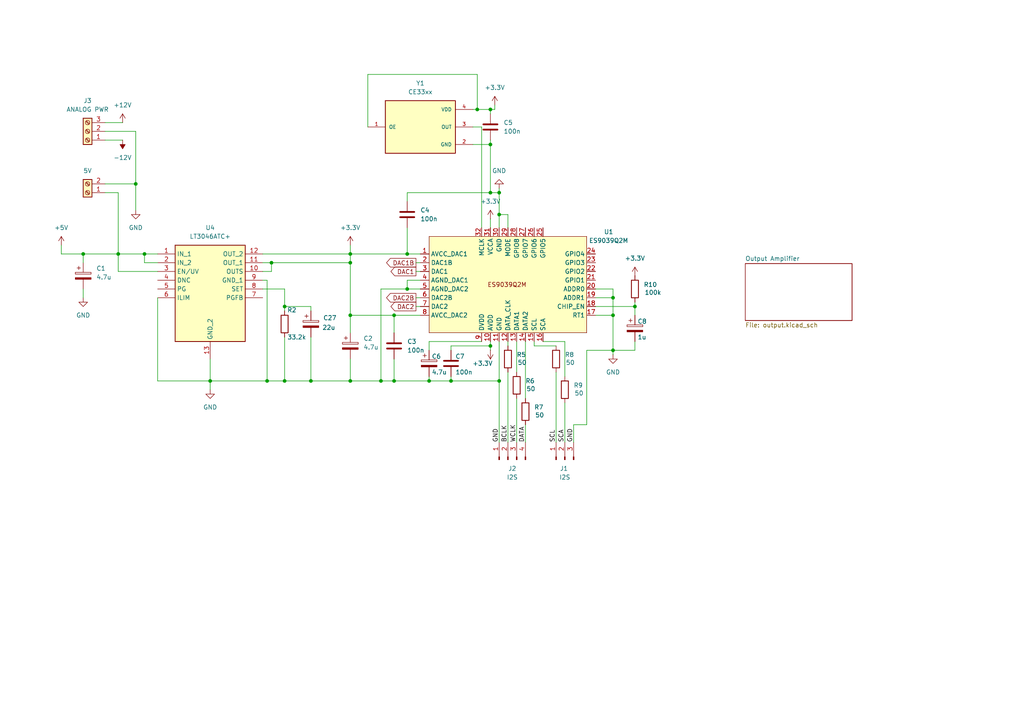
<source format=kicad_sch>
(kicad_sch (version 20250114) (generator "eeschema") (generator_version "9.0")
  (paper "A4")
  (lib_symbols
    (symbol "Connector:Conn_01x03_Pin" (pin_names (offset 1.016) (hide yes))
      (property "Reference" "J" (at 0 5.08 0))
      (property "Value" "Conn_01x03_Pin" (at 0 -5.08 0))
      (symbol "Conn_01x03_Pin_1_1"
        (rectangle (start 0.8636 2.667) (end 0 2.413) (stroke (width 0.1524)) (fill (type outline)))
        (rectangle (start 0.8636 0.127) (end 0 -0.127) (stroke (width 0.1524)) (fill (type outline)))
        (rectangle (start 0.8636 -2.413) (end 0 -2.667) (stroke (width 0.1524)) (fill (type outline)))
        (polyline (pts (xy 1.27 2.54) (xy 0.8636 2.54)) (stroke (width 0.1524)))
        (polyline (pts (xy 1.27 0) (xy 0.8636 0)) (stroke (width 0.1524)))
        (polyline (pts (xy 1.27 -2.54) (xy 0.8636 -2.54)) (stroke (width 0.1524)))
        (pin passive line (at 5.08 2.54 180) (length 3.81) (name "Pin_1") (number "1"))
        (pin passive line (at 5.08 0 180) (length 3.81) (name "Pin_2") (number "2"))
        (pin passive line (at 5.08 -2.54 180) (length 3.81) (name "Pin_3") (number "3"))
      )
    )
    (symbol "Connector:Conn_01x04_Pin" (pin_names (offset 1.016) (hide yes))
      (property "Reference" "J" (at 0 5.08 0))
      (property "Value" "Conn_01x04_Pin" (at 0 -7.62 0))
      (symbol "Conn_01x04_Pin_1_1"
        (rectangle (start 0.8636 2.667) (end 0 2.413) (stroke (width 0.1524)) (fill (type outline)))
        (rectangle (start 0.8636 0.127) (end 0 -0.127) (stroke (width 0.1524)) (fill (type outline)))
        (rectangle (start 0.8636 -2.413) (end 0 -2.667) (stroke (width 0.1524)) (fill (type outline)))
        (rectangle (start 0.8636 -4.953) (end 0 -5.207) (stroke (width 0.1524)) (fill (type outline)))
        (polyline (pts (xy 1.27 2.54) (xy 0.8636 2.54)) (stroke (width 0.1524)))
        (polyline (pts (xy 1.27 0) (xy 0.8636 0)) (stroke (width 0.1524)))
        (polyline (pts (xy 1.27 -2.54) (xy 0.8636 -2.54)) (stroke (width 0.1524)))
        (polyline (pts (xy 1.27 -5.08) (xy 0.8636 -5.08)) (stroke (width 0.1524)))
        (pin passive line (at 5.08 2.54 180) (length 3.81) (name "Pin_1") (number "1"))
        (pin passive line (at 5.08 0 180) (length 3.81) (name "Pin_2") (number "2"))
        (pin passive line (at 5.08 -2.54 180) (length 3.81) (name "Pin_3") (number "3"))
        (pin passive line (at 5.08 -5.08 180) (length 3.81) (name "Pin_4") (number "4"))
      )
    )
    (symbol "Connector:Screw_Terminal_01x02" (pin_names (offset 1.016) (hide yes))
      (property "Reference" "J" (at 0 2.54 0))
      (property "Value" "Screw_Terminal_01x02" (at 0 -5.08 0))
      (symbol "Screw_Terminal_01x02_1_1"
        (rectangle (start -1.27 1.27) (end 1.27 -3.81) (stroke (width 0.254)) (fill (type background)))
        (polyline (pts (xy -0.5334 0.3302) (xy 0.3302 -0.508)) (stroke (width 0.1524)))
        (polyline (pts (xy -0.5334 -2.2098) (xy 0.3302 -3.048)) (stroke (width 0.1524)))
        (polyline (pts (xy -0.3556 0.508) (xy 0.508 -0.3302)) (stroke (width 0.1524)))
        (polyline (pts (xy -0.3556 -2.032) (xy 0.508 -2.8702)) (stroke (width 0.1524)))
        (circle (center 0 0) (radius 0.635) (stroke (width 0.1524)))
        (circle (center 0 -2.54) (radius 0.635) (stroke (width 0.1524)))
        (pin passive line (at -5.08 0 0) (length 3.81) (name "Pin_1") (number "1"))
        (pin passive line (at -5.08 -2.54 0) (length 3.81) (name "Pin_2") (number "2"))
      )
    )
    (symbol "Connector:Screw_Terminal_01x03" (pin_names (offset 1.016) (hide yes))
      (property "Reference" "J" (at 0 5.08 0))
      (property "Value" "Screw_Terminal_01x03" (at 0 -5.08 0))
      (symbol "Screw_Terminal_01x03_1_1"
        (rectangle (start -1.27 3.81) (end 1.27 -3.81) (stroke (width 0.254)) (fill (type background)))
        (polyline (pts (xy -0.5334 2.8702) (xy 0.3302 2.032)) (stroke (width 0.1524)))
        (polyline (pts (xy -0.5334 0.3302) (xy 0.3302 -0.508)) (stroke (width 0.1524)))
        (polyline (pts (xy -0.5334 -2.2098) (xy 0.3302 -3.048)) (stroke (width 0.1524)))
        (polyline (pts (xy -0.3556 3.048) (xy 0.508 2.2098)) (stroke (width 0.1524)))
        (polyline (pts (xy -0.3556 0.508) (xy 0.508 -0.3302)) (stroke (width 0.1524)))
        (polyline (pts (xy -0.3556 -2.032) (xy 0.508 -2.8702)) (stroke (width 0.1524)))
        (circle (center 0 2.54) (radius 0.635) (stroke (width 0.1524)))
        (circle (center 0 0) (radius 0.635) (stroke (width 0.1524)))
        (circle (center 0 -2.54) (radius 0.635) (stroke (width 0.1524)))
        (pin passive line (at -5.08 2.54 0) (length 3.81) (name "Pin_1") (number "1"))
        (pin passive line (at -5.08 0 0) (length 3.81) (name "Pin_2") (number "2"))
        (pin passive line (at -5.08 -2.54 0) (length 3.81) (name "Pin_3") (number "3"))
      )
    )
    (symbol "Custom:CE33xx" (pin_names (offset 1.016))
      (property "Reference" "Y" (at -10.16 8.128 0))
      (property "Value" "CE33xx" (at -10.16 -10.16 0))
      (symbol "CE33xx_0_0"
        (rectangle (start -10.16 -7.62) (end 10.16 7.62) (stroke (width 0.254)) (fill (type background)))
        (pin input line (at -15.24 0 0) (length 5.08) (name "OE") (number "1"))
        (pin power_in line (at 15.24 5.08 180) (length 5.08) (name "VDD") (number "4"))
        (pin output line (at 15.24 0 180) (length 5.08) (name "OUT") (number "3"))
        (pin power_in line (at 15.24 -5.08 180) (length 5.08) (name "GND") (number "2"))
      )
    )
    (symbol "Custom:ES9039Q2M"
      (property "Reference" "U" (at 0 4.826 0))
      (symbol "ES9039Q2M_1_1"
        (rectangle (start -22.86 13.97) (end 22.86 -13.97) (fill (type background)))
        (text "ES9039Q2M" (at -0.254 0 0) (effects (font (size 1.27 1.27))))
        (pin power_in line (at -25.4 8.89 0) (length 2.54) (name "AVCC_DAC1") (number "1"))
        (pin output line (at -25.4 6.35 0) (length 2.54) (name "DAC1B") (number "2"))
        (pin output line (at -25.4 3.81 0) (length 2.54) (name "DAC1") (number "3"))
        (pin power_in line (at -25.4 1.27 0) (length 2.54) (name "AGND_DAC1") (number "4"))
        (pin power_in line (at -25.4 -1.27 0) (length 2.54) (name "AGND_DAC2") (number "5"))
        (pin output line (at -25.4 -3.81 0) (length 2.54) (name "DAC2B") (number "6"))
        (pin output line (at -25.4 -6.35 0) (length 2.54) (name "DAC2") (number "7"))
        (pin power_in line (at -25.4 -8.89 0) (length 2.54) (name "AVCC_DAC2") (number "8"))
        (pin bidirectional line (at -7.62 16.51 270) (length 2.54) (name "MCLK") (number "32"))
        (pin power_out line (at -7.62 -16.51 90) (length 2.54) (name "DVDD") (number "9"))
        (pin power_in line (at -5.08 16.51 270) (length 2.54) (name "VCCA") (number "31"))
        (pin power_in line (at -5.08 -16.51 90) (length 2.54) (name "AVDD") (number "10"))
        (pin power_in line (at -2.54 16.51 270) (length 2.54) (name "GND") (number "30"))
        (pin power_in line (at -2.54 -16.51 90) (length 2.54) (name "GND") (number "11"))
        (pin bidirectional line (at 0 16.51 270) (length 2.54) (name "MODE") (number "29"))
        (pin input line (at 0 -16.51 90) (length 2.54) (name "DATA_CLK") (number "12"))
        (pin bidirectional line (at 2.54 16.51 270) (length 2.54) (name "GPIO8") (number "28"))
        (pin input line (at 2.54 -16.51 90) (length 2.54) (name "DATA1") (number "13"))
        (pin bidirectional line (at 5.08 16.51 270) (length 2.54) (name "GPIO7") (number "27"))
        (pin input line (at 5.08 -16.51 90) (length 2.54) (name "DATA2") (number "14"))
        (pin bidirectional line (at 7.62 16.51 270) (length 2.54) (name "GPIO6") (number "26"))
        (pin input line (at 7.62 -16.51 90) (length 2.54) (name "SCL") (number "15"))
        (pin bidirectional line (at 10.16 16.51 270) (length 2.54) (name "GPIO5") (number "25"))
        (pin input line (at 10.16 -16.51 90) (length 2.54) (name "SCA") (number "16"))
        (pin bidirectional line (at 25.4 8.89 180) (length 2.54) (name "GPIO4") (number "24"))
        (pin bidirectional line (at 25.4 6.35 180) (length 2.54) (name "GPIO3") (number "23"))
        (pin bidirectional line (at 25.4 3.81 180) (length 2.54) (name "GPIO2") (number "22"))
        (pin bidirectional line (at 25.4 1.27 180) (length 2.54) (name "GPIO1") (number "21"))
        (pin input line (at 25.4 -1.27 180) (length 2.54) (name "ADDR0") (number "20"))
        (pin input line (at 25.4 -3.81 180) (length 2.54) (name "ADDR1") (number "19"))
        (pin input line (at 25.4 -6.35 180) (length 2.54) (name "CHIP_EN") (number "18"))
        (pin bidirectional line (at 25.4 -8.89 180) (length 2.54) (name "RT1") (number "17"))
      )
    )
    (symbol "Custom:LT3046ATC+"
      (property "Reference" "IC" (at 26.67 7.62 0))
      (property "Value" "LT3046ATC+" (at 26.67 5.08 0))
      (symbol "LT3046ATC+_1_1"
        (rectangle (start 5.08 2.54) (end 25.4 -25.4) (stroke (width 0.254)) (fill (type background)))
        (pin power_in line (at 0 0 0) (length 5.08) (name "IN_1") (number "1"))
        (pin power_in line (at 0 -2.54 0) (length 5.08) (name "IN_2") (number "2"))
        (pin input line (at 0 -5.08 0) (length 5.08) (name "EN/UV") (number "3"))
        (pin passive line (at 0 -7.62 0) (length 5.08) (name "DNC") (number "4"))
        (pin passive line (at 0 -10.16 0) (length 5.08) (name "PG") (number "5"))
        (pin passive line (at 0 -12.7 0) (length 5.08) (name "ILIM") (number "6"))
        (pin power_in line (at 15.24 -30.48 90) (length 5.08) (name "GND_2") (number "13"))
        (pin passive line (at 30.48 0 180) (length 5.08) (name "OUT_2") (number "12"))
        (pin power_out line (at 30.48 -2.54 180) (length 5.08) (name "OUT_1") (number "11"))
        (pin passive line (at 30.48 -5.08 180) (length 5.08) (name "OUTS") (number "10"))
        (pin power_in line (at 30.48 -7.62 180) (length 5.08) (name "GND_1") (number "9"))
        (pin input line (at 30.48 -10.16 180) (length 5.08) (name "SET") (number "8"))
        (pin passive line (at 30.48 -12.7 180) (length 5.08) (name "PGFB") (number "7"))
      )
    )
    (symbol "Device:C" (pin_numbers (hide yes)) (pin_names (offset 0.254))
      (property "Reference" "C" (at 0.635 2.54 0))
      (property "Value" "C" (at 0.635 -2.54 0))
      (symbol "C_0_1"
        (polyline (pts (xy -2.032 0.762) (xy 2.032 0.762)) (stroke (width 0.508)))
        (polyline (pts (xy -2.032 -0.762) (xy 2.032 -0.762)) (stroke (width 0.508)))
      )
      (symbol "C_1_1"
        (pin passive line (at 0 3.81 270) (length 2.794) (name "~") (number "1"))
        (pin passive line (at 0 -3.81 90) (length 2.794) (name "~") (number "2"))
      )
    )
    (symbol "Device:C_Polarized" (pin_numbers (hide yes)) (pin_names (offset 0.254))
      (property "Reference" "C" (at 0.635 2.54 0))
      (property "Value" "C_Polarized" (at 0.635 -2.54 0))
      (symbol "C_Polarized_0_1"
        (rectangle (start -2.286 0.508) (end 2.286 1.016))
        (polyline (pts (xy -1.778 2.286) (xy -0.762 2.286)))
        (polyline (pts (xy -1.27 2.794) (xy -1.27 1.778)))
        (rectangle (start 2.286 -0.508) (end -2.286 -1.016) (fill (type outline)))
      )
      (symbol "C_Polarized_1_1"
        (pin passive line (at 0 3.81 270) (length 2.794) (name "~") (number "1"))
        (pin passive line (at 0 -3.81 90) (length 2.794) (name "~") (number "2"))
      )
    )
    (symbol "Device:R" (pin_numbers (hide yes)) (pin_names (offset 0))
      (property "Reference" "R" (at 2.032 0 90))
      (property "Value" "R" (at 0 0 90))
      (symbol "R_0_1"
        (rectangle (start -1.016 -2.54) (end 1.016 2.54) (stroke (width 0.254)))
      )
      (symbol "R_1_1"
        (pin passive line (at 0 3.81 270) (length 1.27) (name "~") (number "1"))
        (pin passive line (at 0 -3.81 90) (length 1.27) (name "~") (number "2"))
      )
    )
    (symbol "power:+12V" (power) (pin_numbers (hide yes)) (pin_names (offset 0) (hide yes))
      (property "Value" "+12V" (at 0 3.556 0))
      (symbol "+12V_0_1"
        (polyline (pts (xy -0.762 1.27) (xy 0 2.54)))
        (polyline (pts (xy 0 2.54) (xy 0.762 1.27)))
        (polyline (pts (xy 0 0) (xy 0 2.54)))
      )
      (symbol "+12V_1_1"
        (pin power_in line (at 0 0 90) (length 0) (name "~") (number "1"))
      )
    )
    (symbol "power:+3.3V" (power) (pin_numbers (hide yes)) (pin_names (offset 0) (hide yes))
      (property "Value" "+3.3V" (at 0 3.556 0))
      (symbol "+3.3V_0_1"
        (polyline (pts (xy -0.762 1.27) (xy 0 2.54)))
        (polyline (pts (xy 0 2.54) (xy 0.762 1.27)))
        (polyline (pts (xy 0 0) (xy 0 2.54)))
      )
      (symbol "+3.3V_1_1"
        (pin power_in line (at 0 0 90) (length 0) (name "~") (number "1"))
      )
    )
    (symbol "power:+5V" (power) (pin_numbers (hide yes)) (pin_names (offset 0) (hide yes))
      (property "Value" "+5V" (at 0 3.556 0))
      (symbol "+5V_0_1"
        (polyline (pts (xy -0.762 1.27) (xy 0 2.54)))
        (polyline (pts (xy 0 2.54) (xy 0.762 1.27)))
        (polyline (pts (xy 0 0) (xy 0 2.54)))
      )
      (symbol "+5V_1_1"
        (pin power_in line (at 0 0 90) (length 0) (name "~") (number "1"))
      )
    )
    (symbol "power:-12V" (power) (pin_numbers (hide yes)) (pin_names (offset 0) (hide yes))
      (property "Value" "-12V" (at 0 3.556 0))
      (symbol "-12V_0_0"
        (pin power_in line (at 0 0 90) (length 0) (name "~") (number "1"))
      )
      (symbol "-12V_0_1"
        (polyline (pts (xy 0 0) (xy 0 1.27) (xy 0.762 1.27) (xy 0 2.54) (xy -0.762 1.27) (xy 0 1.27)) (fill (type outline)))
      )
    )
    (symbol "power:GND" (power) (pin_numbers (hide yes)) (pin_names (offset 0) (hide yes))
      (property "Value" "GND" (at 0 -3.81 0))
      (symbol "GND_0_1"
        (polyline (pts (xy 0 0) (xy 0 -1.27) (xy 1.27 -1.27) (xy 0 -2.54) (xy -1.27 -1.27) (xy 0 -1.27)))
      )
      (symbol "GND_1_1"
        (pin power_in line (at 0 0 270) (length 0) (name "~") (number "1"))
      )
    )
  )
  (junction (at 78.74 76.2))
  (junction (at 142.24 31.75))
  (junction (at 177.8 86.36))
  (junction (at 41.91 73.66))
  (junction (at 142.24 100.33))
  (junction (at 124.46 110.49))
  (junction (at 142.24 55.88))
  (junction (at 101.6 76.2))
  (junction (at 24.13 73.66))
  (junction (at 144.78 62.23))
  (junction (at 144.78 110.49))
  (junction (at 144.78 55.88))
  (junction (at 101.6 110.49))
  (junction (at 118.11 73.66))
  (junction (at 130.81 110.49))
  (junction (at 60.96 110.49))
  (junction (at 177.8 101.6))
  (junction (at 110.49 110.49))
  (junction (at 39.37 53.34))
  (junction (at 138.43 31.75))
  (junction (at 101.6 73.66))
  (junction (at 114.3 91.44))
  (junction (at 142.24 41.91))
  (junction (at 114.3 110.49))
  (junction (at 77.47 110.49))
  (junction (at 184.15 88.9))
  (junction (at 90.17 110.49))
  (junction (at 101.6 91.44))
  (junction (at 118.11 83.82))
  (junction (at 34.29 73.66))
  (junction (at 82.55 110.49))
  (junction (at 82.55 88.9))
  (junction (at 177.8 91.44))
  (wire (pts (xy 90.17 90.17) (xy 90.17 88.9)))
  (wire (pts (xy 39.37 38.1) (xy 39.37 53.34)))
  (wire (pts (xy 76.2 81.28) (xy 77.47 81.28)))
  (wire (pts (xy 114.3 110.49) (xy 124.46 110.49)))
  (wire (pts (xy 138.43 21.59) (xy 138.43 31.75)))
  (wire (pts (xy 130.81 100.33) (xy 130.81 101.6)))
  (wire (pts (xy 144.78 54.61) (xy 144.78 55.88)))
  (wire (pts (xy 82.55 110.49) (xy 90.17 110.49)))
  (wire (pts (xy 163.83 116.84) (xy 163.83 128.27)))
  (wire (pts (xy 142.24 100.33) (xy 130.81 100.33)))
  (wire (pts (xy 152.4 99.06) (xy 152.4 115.57)))
  (wire (pts (xy 17.78 73.66) (xy 24.13 73.66)))
  (wire (pts (xy 82.55 83.82) (xy 82.55 88.9)))
  (wire (pts (xy 90.17 97.79) (xy 90.17 110.49)))
  (wire (pts (xy 101.6 110.49) (xy 110.49 110.49)))
  (wire (pts (xy 24.13 73.66) (xy 34.29 73.66)))
  (wire (pts (xy 137.16 36.83) (xy 139.7 36.83)))
  (wire (pts (xy 41.91 73.66) (xy 41.91 76.2)))
  (wire (pts (xy 114.3 104.14) (xy 114.3 110.49)))
  (wire (pts (xy 78.74 78.74) (xy 78.74 76.2)))
  (wire (pts (xy 144.78 62.23) (xy 147.32 62.23)))
  (wire (pts (xy 120.65 78.74) (xy 121.92 78.74)))
  (wire (pts (xy 157.48 99.06) (xy 163.83 99.06)))
  (wire (pts (xy 17.78 71.12) (xy 17.78 73.66)))
  (wire (pts (xy 149.86 99.06) (xy 149.86 107.95)))
  (wire (pts (xy 137.16 41.91) (xy 142.24 41.91)))
  (wire (pts (xy 142.24 55.88) (xy 144.78 55.88)))
  (wire (pts (xy 166.37 123.19) (xy 170.18 123.19)))
  (wire (pts (xy 118.11 58.42) (xy 118.11 55.88)))
  (wire (pts (xy 142.24 31.75) (xy 142.24 33.02)))
  (wire (pts (xy 124.46 109.22) (xy 124.46 110.49)))
  (wire (pts (xy 76.2 83.82) (xy 82.55 83.82)))
  (wire (pts (xy 41.91 73.66) (xy 45.72 73.66)))
  (wire (pts (xy 177.8 101.6) (xy 177.8 102.87)))
  (wire (pts (xy 120.65 76.2) (xy 121.92 76.2)))
  (wire (pts (xy 118.11 55.88) (xy 142.24 55.88)))
  (wire (pts (xy 161.29 107.95) (xy 161.29 128.27)))
  (wire (pts (xy 154.94 100.33) (xy 161.29 100.33)))
  (wire (pts (xy 34.29 73.66) (xy 34.29 78.74)))
  (wire (pts (xy 138.43 31.75) (xy 142.24 31.75)))
  (wire (pts (xy 142.24 40.64) (xy 142.24 41.91)))
  (wire (pts (xy 110.49 83.82) (xy 110.49 110.49)))
  (wire (pts (xy 142.24 100.33) (xy 142.24 101.6)))
  (wire (pts (xy 45.72 110.49) (xy 60.96 110.49)))
  (wire (pts (xy 82.55 88.9) (xy 82.55 90.17)))
  (wire (pts (xy 24.13 83.82) (xy 24.13 86.36)))
  (wire (pts (xy 114.3 91.44) (xy 121.92 91.44)))
  (wire (pts (xy 60.96 104.14) (xy 60.96 110.49)))
  (wire (pts (xy 144.78 62.23) (xy 144.78 66.04)))
  (wire (pts (xy 30.48 40.64) (xy 35.56 40.64)))
  (wire (pts (xy 172.72 86.36) (xy 177.8 86.36)))
  (wire (pts (xy 139.7 99.06) (xy 124.46 99.06)))
  (wire (pts (xy 101.6 91.44) (xy 101.6 96.52)))
  (wire (pts (xy 142.24 99.06) (xy 142.24 100.33)))
  (wire (pts (xy 101.6 91.44) (xy 114.3 91.44)))
  (wire (pts (xy 184.15 87.63) (xy 184.15 88.9)))
  (wire (pts (xy 77.47 110.49) (xy 82.55 110.49)))
  (wire (pts (xy 154.94 99.06) (xy 154.94 100.33)))
  (wire (pts (xy 137.16 31.75) (xy 138.43 31.75)))
  (wire (pts (xy 170.18 123.19) (xy 170.18 101.6)))
  (wire (pts (xy 110.49 83.82) (xy 118.11 83.82)))
  (wire (pts (xy 60.96 110.49) (xy 60.96 113.03)))
  (wire (pts (xy 76.2 76.2) (xy 78.74 76.2)))
  (wire (pts (xy 184.15 88.9) (xy 172.72 88.9)))
  (wire (pts (xy 45.72 76.2) (xy 41.91 76.2)))
  (wire (pts (xy 142.24 55.88) (xy 142.24 41.91)))
  (wire (pts (xy 177.8 86.36) (xy 177.8 91.44)))
  (wire (pts (xy 121.92 81.28) (xy 118.11 81.28)))
  (wire (pts (xy 172.72 83.82) (xy 177.8 83.82)))
  (wire (pts (xy 76.2 73.66) (xy 101.6 73.66)))
  (wire (pts (xy 130.81 110.49) (xy 144.78 110.49)))
  (wire (pts (xy 118.11 66.04) (xy 118.11 73.66)))
  (wire (pts (xy 101.6 73.66) (xy 101.6 76.2)))
  (wire (pts (xy 101.6 104.14) (xy 101.6 110.49)))
  (wire (pts (xy 147.32 99.06) (xy 147.32 100.33)))
  (wire (pts (xy 90.17 110.49) (xy 101.6 110.49)))
  (wire (pts (xy 152.4 123.19) (xy 152.4 128.27)))
  (wire (pts (xy 106.68 36.83) (xy 106.68 21.59)))
  (wire (pts (xy 118.11 81.28) (xy 118.11 83.82)))
  (wire (pts (xy 144.78 99.06) (xy 144.78 110.49)))
  (wire (pts (xy 120.65 88.9) (xy 121.92 88.9)))
  (wire (pts (xy 184.15 88.9) (xy 184.15 91.44)))
  (wire (pts (xy 30.48 55.88) (xy 34.29 55.88)))
  (wire (pts (xy 177.8 83.82) (xy 177.8 86.36)))
  (wire (pts (xy 177.8 101.6) (xy 184.15 101.6)))
  (wire (pts (xy 184.15 99.06) (xy 184.15 101.6)))
  (wire (pts (xy 24.13 76.2) (xy 24.13 73.66)))
  (wire (pts (xy 142.24 31.75) (xy 143.51 31.75)))
  (wire (pts (xy 82.55 97.79) (xy 82.55 110.49)))
  (wire (pts (xy 34.29 73.66) (xy 41.91 73.66)))
  (wire (pts (xy 143.51 30.48) (xy 143.51 31.75)))
  (wire (pts (xy 78.74 76.2) (xy 101.6 76.2)))
  (wire (pts (xy 166.37 128.27) (xy 166.37 123.19)))
  (wire (pts (xy 124.46 110.49) (xy 130.81 110.49)))
  (wire (pts (xy 106.68 21.59) (xy 138.43 21.59)))
  (wire (pts (xy 130.81 109.22) (xy 130.81 110.49)))
  (wire (pts (xy 142.24 63.5) (xy 142.24 66.04)))
  (wire (pts (xy 34.29 55.88) (xy 34.29 73.66)))
  (wire (pts (xy 101.6 71.12) (xy 101.6 73.66)))
  (wire (pts (xy 101.6 73.66) (xy 118.11 73.66)))
  (wire (pts (xy 90.17 88.9) (xy 82.55 88.9)))
  (wire (pts (xy 30.48 38.1) (xy 39.37 38.1)))
  (wire (pts (xy 118.11 83.82) (xy 121.92 83.82)))
  (wire (pts (xy 149.86 115.57) (xy 149.86 128.27)))
  (wire (pts (xy 39.37 53.34) (xy 39.37 60.96)))
  (wire (pts (xy 147.32 107.95) (xy 147.32 128.27)))
  (wire (pts (xy 114.3 91.44) (xy 114.3 96.52)))
  (wire (pts (xy 124.46 99.06) (xy 124.46 101.6)))
  (wire (pts (xy 60.96 110.49) (xy 77.47 110.49)))
  (wire (pts (xy 177.8 91.44) (xy 177.8 101.6)))
  (wire (pts (xy 147.32 66.04) (xy 147.32 62.23)))
  (wire (pts (xy 77.47 81.28) (xy 77.47 110.49)))
  (wire (pts (xy 110.49 110.49) (xy 114.3 110.49)))
  (wire (pts (xy 30.48 53.34) (xy 39.37 53.34)))
  (wire (pts (xy 120.65 86.36) (xy 121.92 86.36)))
  (wire (pts (xy 30.48 35.56) (xy 35.56 35.56)))
  (wire (pts (xy 144.78 55.88) (xy 144.78 62.23)))
  (wire (pts (xy 139.7 36.83) (xy 139.7 66.04)))
  (wire (pts (xy 144.78 110.49) (xy 144.78 128.27)))
  (wire (pts (xy 101.6 76.2) (xy 101.6 91.44)))
  (wire (pts (xy 172.72 91.44) (xy 177.8 91.44)))
  (wire (pts (xy 118.11 73.66) (xy 121.92 73.66)))
  (wire (pts (xy 45.72 86.36) (xy 45.72 110.49)))
  (wire (pts (xy 163.83 99.06) (xy 163.83 109.22)))
  (wire (pts (xy 170.18 101.6) (xy 177.8 101.6)))
  (wire (pts (xy 76.2 78.74) (xy 78.74 78.74)))
  (wire (pts (xy 34.29 78.74) (xy 45.72 78.74)))
  (label "SCL" (at 161.29 128.27 90))
  (label "WCLK" (at 149.86 128.27 90))
  (label "DATA" (at 152.4 128.27 90))
  (label "SCA" (at 163.83 128.27 90))
  (label "BCLK" (at 147.32 128.27 90))
  (label "GND" (at 166.37 128.27 90))
  (label "GND" (at 144.78 128.27 90))
  (global_label "DAC1" (shape output) (at 120.65 78.74 180) (property "Intersheetrefs" "${INTERSHEET_REFS}" (effects (hide yes))))
  (global_label "DAC1B" (shape output) (at 120.65 76.2 180) (property "Intersheetrefs" "${INTERSHEET_REFS}" (effects (hide yes))))
  (global_label "DAC2" (shape output) (at 120.65 88.9 180) (property "Intersheetrefs" "${INTERSHEET_REFS}" (effects (hide yes))))
  (global_label "DAC2B" (shape output) (at 120.65 86.36 180) (property "Intersheetrefs" "${INTERSHEET_REFS}" (effects (hide yes))))
  (symbol (lib_id "power:GND") (at 177.8 102.87 0) (unit 1)
    (property "Reference" "#PWR03" (effects (hide yes)))
    (property "Value" "GND" (at 177.8 107.95 0))
    (property "Description" "Power symbol creates a global label with name \"GND\" , ground" (effects (hide yes)))
  )
  (symbol (lib_id "Connector:Conn_01x04_Pin") (at 147.32 133.35 90) (unit 1)
    (property "Reference" "J2" (at 148.59 135.89 90))
    (property "Value" "I2S" (at 148.59 138.43 90))
    (property "Description" "Generic connector, single row, 01x04, script generated" (effects (hide yes)))
  )
  (symbol (lib_id "power:+3.3V") (at 142.24 63.5 0) (unit 1)
    (property "Reference" "#PWR011" (effects (hide yes)))
    (property "Value" "+3.3V" (at 142.24 58.42 0))
    (property "Description" "Power symbol creates a global label with name \"+3.3V\"" (effects (hide yes)))
  )
  (symbol (lib_id "Device:R") (at 149.86 111.76 0) (unit 1)
    (property "Reference" "R6" (at 152.4 110.4899 0) (effects (justify left)))
    (property "Value" "50" (at 152.654 112.776 0) (effects (justify left)))
    (property "Footprint" "Resistor_SMD:R_0603_1608Metric_Pad0.98x0.95mm_HandSolder" (effects (hide yes)))
    (property "Description" "Resistor" (effects (hide yes)))
  )
  (symbol (lib_id "Device:C") (at 130.81 105.41 0) (unit 1)
    (property "Reference" "C7" (at 132.08 103.378 0) (effects (justify left)))
    (property "Value" "100n" (at 132.08 107.95 0) (effects (justify left)))
    (property "Footprint" "Capacitor_SMD:C_0603_1608Metric" (effects (hide yes)))
    (property "Description" "Unpolarized capacitor" (effects (hide yes)))
  )
  (symbol (lib_id "power:GND") (at 24.13 86.36 0) (unit 1)
    (property "Reference" "#PWR05" (effects (hide yes)))
    (property "Value" "GND" (at 24.13 91.44 0))
    (property "Description" "Power symbol creates a global label with name \"GND\" , ground" (effects (hide yes)))
  )
  (symbol (lib_id "power:-12V") (at 35.56 40.64 180) (unit 1)
    (property "Reference" "#PWR025" (effects (hide yes)))
    (property "Value" "-12V" (at 35.56 45.72 0))
    (property "Description" "Power symbol creates a global label with name \"-12V\"" (effects (hide yes)))
  )
  (symbol (lib_id "Device:C_Polarized") (at 24.13 80.01 0) (unit 1)
    (property "Reference" "C1" (at 27.94 77.8509 0) (effects (justify left)))
    (property "Value" "4.7u" (at 27.94 80.3909 0) (effects (justify left)))
    (property "Description" "Polarized capacitor" (effects (hide yes)))
  )
  (symbol (lib_id "power:GND") (at 60.96 113.03 0) (unit 1)
    (property "Reference" "#PWR07" (effects (hide yes)))
    (property "Value" "GND" (at 60.96 118.11 0))
    (property "Description" "Power symbol creates a global label with name \"GND\" , ground" (effects (hide yes)))
  )
  (symbol (lib_id "Device:R") (at 161.29 104.14 0) (unit 1)
    (property "Reference" "R8" (at 163.83 102.8699 0) (effects (justify left)))
    (property "Value" "50" (at 164.084 105.156 0) (effects (justify left)))
    (property "Footprint" "Resistor_SMD:R_0603_1608Metric_Pad0.98x0.95mm_HandSolder" (effects (hide yes)))
    (property "Description" "Resistor" (effects (hide yes)))
  )
  (symbol (lib_id "Custom:ES9039Q2M") (at 147.32 82.55 0) (unit 1)
    (property "Reference" "U1" (at 176.53 67.2398 0))
    (property "Value" "ES9039Q2M" (at 176.53 69.7798 0))
    (property "Footprint" "Package_DFN_QFN:UQFN-32_5x5mm_P0.5mm" (effects (hide yes)))
  )
  (symbol (lib_id "Custom:LT3046ATC+") (at 45.72 73.66 0) (unit 1)
    (property "Reference" "U4" (at 60.96 66.04 0))
    (property "Value" "LT3046ATC+" (at 60.96 68.58 0))
    (property "Footprint" "Custom:SON45P300X300X80-13N-D" (effects (hide yes)))
    (property "Datasheet" "https://www.mouser.in/datasheet/2/609/lt3046-3402305.pdf" (effects (hide yes)))
    (property "Description" "Ultra-Low RMS Noise: 0.8uVRMS (10Hz to 100kHz)  Ultra-Low Noise: 2.2nV/Hz at 10kHz  Ultra-Low 1/f Noise: 2.5uVP-P (0.1Hz to 10Hz)  Ultra-High PSRR: 82dB at 1MHz  Output Current: 200mA  Wide Input-Voltage Range: 2.2V to 20V  Single Capacitor Improves Noise and PSRR  SET Pin Current: 100uA, +/-0.5% Initial Accuracy  Single Resistor Programs Output Voltage  Programmable Current Limit  Low Dropout Voltage: 300mV  Output-Voltage Range: 0.2V to 19V  Programmable Power Good  Fast Start-Up" (effects (hide yes)))
    (property "Height" "0.8" (effects (hide yes)))
    (property "Mouser Part Number" "700-LT3046ATC+" (effects (hide yes)))
    (property "Mouser Price/Stock" "https://www.mouser.co.uk/ProductDetail/Analog-Devices-Maxim-Integrated/LT3046ATC%2b?qs=Z%252BL2brAPG1Lpcz07dP7p%2FQ%3D%3D" (effects (hide yes)))
    (property "Manufacturer_Name" "Analog Devices" (effects (hide yes)))
    (property "Manufacturer_Part_Number" "LT3046ATC+" (effects (hide yes)))
  )
  (symbol (lib_id "Device:C_Polarized") (at 124.46 105.41 0) (unit 1)
    (property "Reference" "C6" (at 125.222 103.378 0) (effects (justify left)))
    (property "Value" "4.7u" (at 125.222 107.95 0) (effects (justify left)))
    (property "Description" "Polarized capacitor" (effects (hide yes)))
  )
  (symbol (lib_id "Device:C") (at 142.24 36.83 0) (unit 1)
    (property "Reference" "C5" (at 146.05 35.5599 0) (effects (justify left)))
    (property "Value" "100n" (at 146.05 38.0999 0) (effects (justify left)))
    (property "Footprint" "Capacitor_SMD:C_0603_1608Metric" (effects (hide yes)))
    (property "Description" "Unpolarized capacitor" (effects (hide yes)))
  )
  (symbol (lib_id "Device:R") (at 184.15 83.82 0) (unit 1)
    (property "Reference" "R10" (at 186.69 82.5499 0) (effects (justify left)))
    (property "Value" "100k" (at 186.944 84.836 0) (effects (justify left)))
    (property "Footprint" "Resistor_SMD:R_0603_1608Metric_Pad0.98x0.95mm_HandSolder" (effects (hide yes)))
    (property "Description" "Resistor" (effects (hide yes)))
  )
  (symbol (lib_id "Connector:Screw_Terminal_01x02") (at 25.4 55.88 180) (unit 1)
    (property "Reference" "J4" (effects (hide yes)))
    (property "Value" "5V" (at 25.4 49.53 0))
    (property "Description" "Generic screw terminal, single row, 01x02, script generated (kicad-library-utils/schlib/autogen/connector/)" (effects (hide yes)))
  )
  (symbol (lib_id "Device:R") (at 163.83 113.03 0) (unit 1)
    (property "Reference" "R9" (at 166.37 111.7599 0) (effects (justify left)))
    (property "Value" "50" (at 166.624 114.046 0) (effects (justify left)))
    (property "Footprint" "Resistor_SMD:R_0603_1608Metric_Pad0.98x0.95mm_HandSolder" (effects (hide yes)))
    (property "Description" "Resistor" (effects (hide yes)))
  )
  (symbol (lib_id "power:+3.3V") (at 143.51 30.48 0) (unit 1)
    (property "Reference" "#PWR09" (effects (hide yes)))
    (property "Value" "+3.3V" (at 143.51 25.4 0))
    (property "Description" "Power symbol creates a global label with name \"+3.3V\"" (effects (hide yes)))
  )
  (symbol (lib_id "Device:C_Polarized") (at 90.17 93.98 0) (unit 1)
    (property "Reference" "C27" (at 93.726 92.202 0) (effects (justify left)))
    (property "Value" "22u" (at 93.472 94.996 0) (effects (justify left)))
    (property "Description" "Polarized capacitor" (effects (hide yes)))
  )
  (symbol (lib_id "Connector:Screw_Terminal_01x03") (at 25.4 38.1 180) (unit 1)
    (property "Reference" "J3" (at 25.4 29.21 0))
    (property "Value" "ANALOG PWR" (at 25.4 31.75 0))
    (property "Description" "Generic screw terminal, single row, 01x03, script generated (kicad-library-utils/schlib/autogen/connector/)" (effects (hide yes)))
  )
  (symbol (lib_id "Custom:CE33xx") (at 121.92 36.83 0) (unit 1)
    (property "Reference" "Y1" (at 121.92 24.13 0))
    (property "Value" "CE33xx" (at 121.92 26.67 0))
    (property "Footprint" "SIT8209AI-G1-25E-156.253906Y:OSC_SIT8209AI-G1-25E-156.253906Y" (effects (hide yes)))
    (property "MF" "SiTIME" (effects (hide yes)))
    (property "MAXIMUM_PACKAGE_HEIGHT" "0.8 mm" (effects (hide yes)))
    (property "Package" "NON STANDARD-4 Rochester Electronics" (effects (hide yes)))
    (property "Price" "None" (effects (hide yes)))
    (property "Check_prices" "https://www.snapeda.com/parts/SIT8209AI-G1-25E-156.253906Y/SiTime/view-part/?ref=eda" (effects (hide yes)))
    (property "STANDARD" "Manufacturer Recommendations" (effects (hide yes)))
    (property "PARTREV" "NA" (effects (hide yes)))
    (property "SnapEDA_Link" "https://www.snapeda.com/parts/SIT8209AI-G1-25E-156.253906Y/SiTime/view-part/?ref=snap" (effects (hide yes)))
    (property "MP" "SIT8209AI-G1-25E-156.253906Y" (effects (hide yes)))
    (property "Purchase-URL" "https://www.snapeda.com/api/url_track_click_mouser/?unipart_id=12365009&manufacturer=SiTIME&part_name=SIT8209AI-G1-25E-156.253906Y&search_term=c3391" (effects (hide yes)))
    (property "Description_1" "MEMS OSC XO 156.253906MHZ LVCMOS" (effects (hide yes)))
    (property "Availability" "Not in stock" (effects (hide yes)))
    (property "MANUFACTURER" "SITIME" (effects (hide yes)))
  )
  (symbol (lib_id "Device:R") (at 82.55 93.98 0) (unit 1)
    (property "Reference" "R2" (at 83.312 89.916 0) (effects (justify left)))
    (property "Value" "33.2k" (at 83.312 97.79 0) (effects (justify left)))
    (property "Footprint" "Resistor_SMD:R_0603_1608Metric_Pad0.98x0.95mm_HandSolder" (effects (hide yes)))
    (property "Description" "Resistor" (effects (hide yes)))
  )
  (symbol (lib_id "power:+5V") (at 17.78 71.12 0) (unit 1)
    (property "Reference" "#PWR06" (effects (hide yes)))
    (property "Value" "+5V" (at 17.78 66.04 0))
    (property "Description" "Power symbol creates a global label with name \"+5V\"" (effects (hide yes)))
  )
  (symbol (lib_id "Device:R") (at 147.32 104.14 0) (unit 1)
    (property "Reference" "R5" (at 149.86 102.8699 0) (effects (justify left)))
    (property "Value" "50" (at 150.114 105.156 0) (effects (justify left)))
    (property "Footprint" "Resistor_SMD:R_0603_1608Metric_Pad0.98x0.95mm_HandSolder" (effects (hide yes)))
    (property "Description" "Resistor" (effects (hide yes)))
  )
  (symbol (lib_id "power:+3.3V") (at 142.24 101.6 180) (unit 1)
    (property "Reference" "#PWR012" (effects (hide yes)))
    (property "Value" "+3.3V" (at 139.954 105.41 0))
    (property "Description" "Power symbol creates a global label with name \"+3.3V\"" (effects (hide yes)))
  )
  (symbol (lib_id "Device:R") (at 152.4 119.38 0) (unit 1)
    (property "Reference" "R7" (at 154.94 118.1099 0) (effects (justify left)))
    (property "Value" "50" (at 155.194 120.396 0) (effects (justify left)))
    (property "Footprint" "Resistor_SMD:R_0603_1608Metric_Pad0.98x0.95mm_HandSolder" (effects (hide yes)))
    (property "Description" "Resistor" (effects (hide yes)))
  )
  (symbol (lib_id "Device:C_Polarized") (at 101.6 100.33 0) (unit 1)
    (property "Reference" "C2" (at 105.41 98.1709 0) (effects (justify left)))
    (property "Value" "4.7u" (at 105.41 100.7109 0) (effects (justify left)))
    (property "Description" "Polarized capacitor" (effects (hide yes)))
  )
  (symbol (lib_id "Device:C_Polarized") (at 184.15 95.25 0) (unit 1)
    (property "Reference" "C8" (at 184.912 93.218 0) (effects (justify left)))
    (property "Value" "1u" (at 184.912 97.79 0) (effects (justify left)))
    (property "Description" "Polarized capacitor" (effects (hide yes)))
  )
  (symbol (lib_id "power:GND") (at 39.37 60.96 0) (unit 1)
    (property "Reference" "#PWR023" (effects (hide yes)))
    (property "Value" "GND" (at 39.37 66.04 0))
    (property "Description" "Power symbol creates a global label with name \"GND\" , ground" (effects (hide yes)))
  )
  (symbol (lib_id "power:GND") (at 144.78 54.61 180) (unit 1)
    (property "Reference" "#PWR01" (effects (hide yes)))
    (property "Value" "GND" (at 144.78 49.53 0))
    (property "Description" "Power symbol creates a global label with name \"GND\" , ground" (effects (hide yes)))
  )
  (symbol (lib_id "power:+3.3V") (at 101.6 71.12 0) (unit 1)
    (property "Reference" "#PWR010" (effects (hide yes)))
    (property "Value" "+3.3V" (at 101.6 66.04 0))
    (property "Description" "Power symbol creates a global label with name \"+3.3V\"" (effects (hide yes)))
  )
  (symbol (lib_id "Connector:Conn_01x03_Pin") (at 163.83 133.35 90) (unit 1)
    (property "Reference" "J1" (at 163.576 135.89 90))
    (property "Value" "I2S" (at 163.83 138.43 90))
    (property "Description" "Generic connector, single row, 01x03, script generated" (effects (hide yes)))
  )
  (symbol (lib_id "Device:C") (at 118.11 62.23 0) (unit 1)
    (property "Reference" "C4" (at 121.92 60.9599 0) (effects (justify left)))
    (property "Value" "100n" (at 121.92 63.4999 0) (effects (justify left)))
    (property "Footprint" "Capacitor_SMD:C_0603_1608Metric" (effects (hide yes)))
    (property "Description" "Unpolarized capacitor" (effects (hide yes)))
  )
  (symbol (lib_id "Device:C") (at 114.3 100.33 0) (unit 1)
    (property "Reference" "C3" (at 118.11 99.0599 0) (effects (justify left)))
    (property "Value" "100n" (at 118.11 101.5999 0) (effects (justify left)))
    (property "Footprint" "Capacitor_SMD:C_0603_1608Metric" (effects (hide yes)))
    (property "Description" "Unpolarized capacitor" (effects (hide yes)))
  )
  (symbol (lib_id "power:+3.3V") (at 184.15 80.01 0) (unit 1)
    (property "Reference" "#PWR04" (effects (hide yes)))
    (property "Value" "+3.3V" (at 184.15 74.93 0))
    (property "Description" "Power symbol creates a global label with name \"+3.3V\"" (effects (hide yes)))
  )
  (symbol (lib_id "power:+12V") (at 35.56 35.56 0) (unit 1)
    (property "Reference" "#PWR024" (effects (hide yes)))
    (property "Value" "+12V" (at 35.56 30.48 0))
    (property "Description" "Power symbol creates a global label with name \"+12V\"" (effects (hide yes)))
  )
  (sheet (at 216.154 76.454) (size 30.988 16.51) (stroke (width 0.1524))
    (property "Sheetname" "Output Amplifier" (at 216.154 75.7424 0) (effects (justify left bottom)))
    (property "Sheetfile" "output.kicad_sch" (at 216.154 93.5486 0) (effects (justify left top)))
  )
)
</source>
